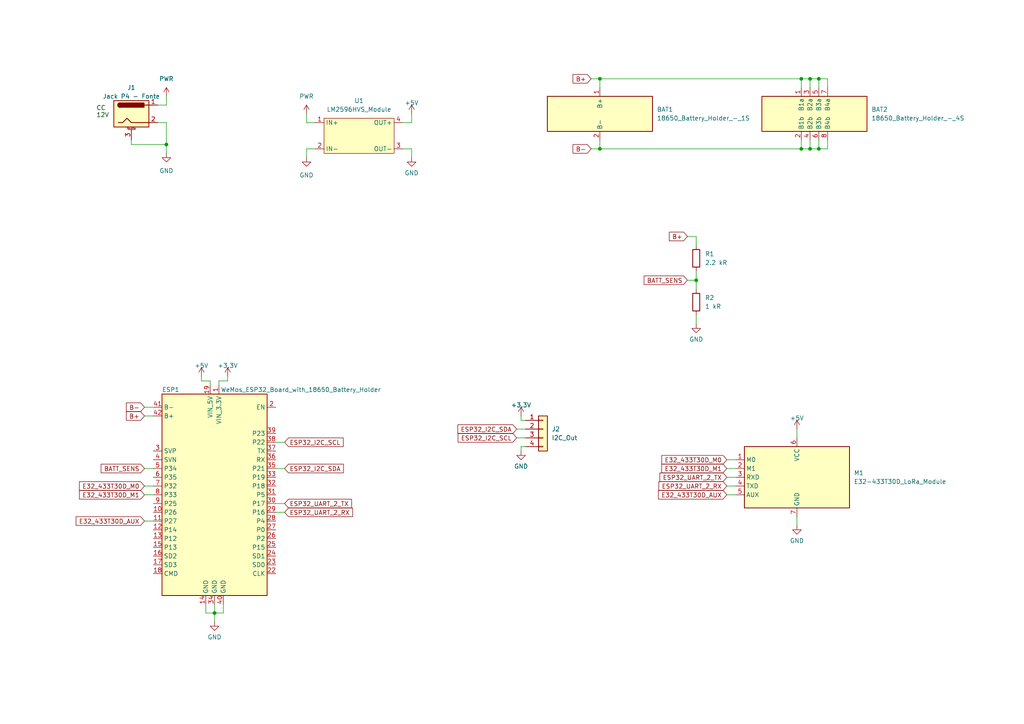
<source format=kicad_sch>
(kicad_sch (version 20250114) (generator "eeschema") (generator_version "9.0")
  (paper "A4")
  (lib_symbols
    (symbol "Connector:Barrel_Jack_MountingPin" (pin_names (hide yes))
      (property "Reference" "J1" (at 0 7.62 0))
      (property "Value" "Jack P4 - Fonte" (at 0 5.08 0))
      (symbol "Barrel_Jack_MountingPin_0_1"
        (rectangle (start -5.08 3.81) (end 5.08 -3.81) (stroke (width 0.254)) (fill (type background)))
        (polyline (pts (xy -3.81 -2.54) (xy -2.54 -2.54) (xy -1.27 -1.27) (xy 0 -2.54) (xy 2.54 -2.54) (xy 5.08 -2.54)) (stroke (width 0.254)))
        (arc (start -3.302 1.905) (mid -3.9343 2.54) (end -3.302 3.175) (stroke (width 0.254)))
        (arc (start -3.302 1.905) (mid -3.9343 2.54) (end -3.302 3.175) (stroke (width 0.254)) (fill (type outline)))
        (rectangle (start 3.683 3.175) (end -3.302 1.905) (stroke (width 0.254)) (fill (type outline)))
        (polyline (pts (xy 5.08 2.54) (xy 3.81 2.54)) (stroke (width 0.254)))
      )
      (symbol "Barrel_Jack_MountingPin_1_1"
        (polyline (pts (xy -1.016 -4.572) (xy 1.016 -4.572)) (stroke (width 0.1524)))
        (text "Mounting" (at 0 -4.191 0) (effects (font (size 0.381 0.381))))
        (pin passive line (at 0 -7.62 90) (length 3.048) (name "MountPin") (number "3"))
        (pin passive line (at 7.62 2.54 180) (length 2.54) (name "~") (number "1"))
        (pin passive line (at 7.62 -2.54 180) (length 2.54) (name "~") (number "2"))
      )
    )
    (symbol "Connector_Generic:Conn_01x04" (pin_names (offset 1.016) (hide yes))
      (property "Reference" "J" (at 0 5.08 0))
      (property "Value" "Conn_01x04" (at 0 -7.62 0))
      (symbol "Conn_01x04_1_1"
        (rectangle (start -1.27 3.81) (end 1.27 -6.35) (stroke (width 0.254)) (fill (type background)))
        (rectangle (start -1.27 2.667) (end 0 2.413) (stroke (width 0.1524)))
        (rectangle (start -1.27 0.127) (end 0 -0.127) (stroke (width 0.1524)))
        (rectangle (start -1.27 -2.413) (end 0 -2.667) (stroke (width 0.1524)))
        (rectangle (start -1.27 -4.953) (end 0 -5.207) (stroke (width 0.1524)))
        (pin passive line (at -5.08 2.54 0) (length 3.81) (name "Pin_1") (number "1"))
        (pin passive line (at -5.08 0 0) (length 3.81) (name "Pin_2") (number "2"))
        (pin passive line (at -5.08 -2.54 0) (length 3.81) (name "Pin_3") (number "3"))
        (pin passive line (at -5.08 -5.08 0) (length 3.81) (name "Pin_4") (number "4"))
      )
    )
    (symbol "Custom:18650_Battery_Holder_-_1S"
      (property "Reference" "BAT" (at -14.986 5.588 0))
      (property "Value" "18650_Battery_Holder_-_1S" (at 9.144 -6.096 0))
      (symbol "18650_Battery_Holder_-_1S_0_1"
        (rectangle (start -15.24 5.08) (end 15.24 -5.08) (stroke (width 0.254)) (fill (type background)))
      )
      (symbol "18650_Battery_Holder_-_1S_1_1"
        (pin power_in line (at 0 7.62 270) (length 2.54) (name "B+") (number "1"))
        (pin power_in line (at 0 -7.62 90) (length 2.54) (name "B-") (number "2"))
      )
    )
    (symbol "Custom:18650_Battery_Holder_-_4S"
      (property "Reference" "BAT" (at -14.986 5.588 0))
      (property "Value" "18650_Battery_Holder_-_4S" (at 9.144 -6.096 0))
      (symbol "18650_Battery_Holder_-_4S_0_1"
        (rectangle (start -15.24 5.08) (end 15.24 -5.08) (stroke (width 0.254)) (fill (type background)))
      )
      (symbol "18650_Battery_Holder_-_4S_1_1"
        (pin power_in line (at -3.81 7.62 270) (length 2.54) (name "B1a") (number "1"))
        (pin power_in line (at -3.81 -7.62 90) (length 2.54) (name "B1b") (number "2"))
        (pin power_in line (at -1.27 7.62 270) (length 2.54) (name "B2a") (number "3"))
        (pin power_in line (at -1.27 -7.62 90) (length 2.54) (name "B2b") (number "4"))
        (pin power_in line (at 1.27 7.62 270) (length 2.54) (name "B3a") (number "5"))
        (pin power_in line (at 1.27 -7.62 90) (length 2.54) (name "B3b") (number "6"))
        (pin power_in line (at 3.81 7.62 270) (length 2.54) (name "B4a") (number "7"))
        (pin power_in line (at 3.81 -7.62 90) (length 2.54) (name "B4b") (number "8"))
      )
    )
    (symbol "Custom:E32-433T30D_LoRa_Module"
      (property "Reference" "M" (at -14.986 9.398 0))
      (property "Value" "E32-433T30D_LoRa_Module" (at 8.636 -10.16 0))
      (symbol "E32-433T30D_LoRa_Module_0_1"
        (rectangle (start -15.24 8.89) (end 15.24 -8.89) (stroke (width 0.254)) (fill (type background)))
      )
      (symbol "E32-433T30D_LoRa_Module_1_1"
        (pin bidirectional line (at -17.78 5.08 0) (length 2.54) (name "M0") (number "1"))
        (pin bidirectional line (at -17.78 2.54 0) (length 2.54) (name "M1") (number "2"))
        (pin bidirectional line (at -17.78 0 0) (length 2.54) (name "RXD") (number "3"))
        (pin bidirectional line (at -17.78 -2.54 0) (length 2.54) (name "TXD") (number "4"))
        (pin bidirectional line (at -17.78 -5.08 0) (length 2.54) (name "AUX") (number "5"))
        (pin power_in line (at 0 11.43 270) (length 2.54) (name "VCC") (number "6"))
        (pin power_in line (at 0 -11.43 90) (length 2.54) (name "GND") (number "7"))
      )
    )
    (symbol "Custom_Parts:LM2596HVS_Module"
      (property "Reference" "U" (at -8.89 6.35 0))
      (property "Value" "LM2596HVS_Module" (at 0 -6.35 0))
      (symbol "LM2596HVS_Module_0_1"
        (rectangle (start -10.16 5.08) (end 10.16 -5.08) (fill (type background)))
      )
      (symbol "LM2596HVS_Module_1_1"
        (pin power_in line (at -12.7 3.81 0) (length 2.54) (name "IN+") (number "1"))
        (pin power_in line (at -12.7 -3.81 0) (length 2.54) (name "IN-") (number "2"))
        (pin power_out line (at 12.7 3.81 180) (length 2.54) (name "OUT+") (number "4"))
        (pin power_out line (at 12.7 -3.81 180) (length 2.54) (name "OUT-") (number "3"))
      )
    )
    (symbol "Device:R" (pin_numbers (hide yes)) (pin_names (offset 0))
      (property "Reference" "R" (at 2.032 0 90))
      (property "Value" "R" (at 0 0 90))
      (symbol "R_0_1"
        (rectangle (start -1.016 -2.54) (end 1.016 2.54) (stroke (width 0.254)))
      )
      (symbol "R_1_1"
        (pin passive line (at 0 3.81 270) (length 1.27) (name "~") (number "1"))
        (pin passive line (at 0 -3.81 90) (length 1.27) (name "~") (number "2"))
      )
    )
    (symbol "WeMos_ESP32_Board_with_18650_Battery_Holder_1"
      (property "Reference" "ESP" (at -14.986 29.718 0))
      (property "Value" "WeMos_ESP32_Board_with_18650_Battery_Holder" (at 9.398 -30.226 0))
      (symbol "WeMos_ESP32_Board_with_18650_Battery_Holder_1_0_1"
        (rectangle (start -15.24 29.21) (end 15.24 -29.21) (stroke (width 0.254)) (fill (type background)))
      )
      (symbol "WeMos_ESP32_Board_with_18650_Battery_Holder_1_1_1"
        (pin power_in line (at -17.78 25.4 0) (length 2.54) (name "B-") (number "41"))
        (pin power_in line (at -17.78 22.86 0) (length 2.54) (name "B+") (number "42"))
        (pin bidirectional line (at -17.78 12.7 0) (length 2.54) (name "SVP") (number "3"))
        (pin bidirectional line (at -17.78 10.16 0) (length 2.54) (name "SVN") (number "4"))
        (pin bidirectional line (at -17.78 7.62 0) (length 2.54) (name "P34") (number "5"))
        (pin bidirectional line (at -17.78 5.08 0) (length 2.54) (name "P35") (number "6"))
        (pin bidirectional line (at -17.78 2.54 0) (length 2.54) (name "P32") (number "7"))
        (pin bidirectional line (at -17.78 0 0) (length 2.54) (name "P33") (number "8"))
        (pin bidirectional line (at -17.78 -2.54 0) (length 2.54) (name "P25") (number "9"))
        (pin bidirectional line (at -17.78 -5.08 0) (length 2.54) (name "P26") (number "10"))
        (pin bidirectional line (at -17.78 -7.62 0) (length 2.54) (name "P27") (number "11"))
        (pin bidirectional line (at -17.78 -10.16 0) (length 2.54) (name "P14") (number "12"))
        (pin bidirectional line (at -17.78 -12.7 0) (length 2.54) (name "P12") (number "13"))
        (pin bidirectional line (at -17.78 -15.24 0) (length 2.54) (name "P13") (number "15"))
        (pin bidirectional line (at -17.78 -17.78 0) (length 2.54) (name "SD2") (number "16"))
        (pin bidirectional line (at -17.78 -20.32 0) (length 2.54) (name "SD3") (number "17"))
        (pin bidirectional line (at -17.78 -22.86 0) (length 2.54) (name "CMD") (number "18"))
        (pin power_in line (at -2.54 -31.75 90) (length 2.54) (name "GND") (number "14"))
        (pin power_in line (at -1.27 31.75 270) (length 2.54) (name "VIN_5V") (number "19"))
        (pin power_in line (at 0 -31.75 90) (length 2.54) (name "GND") (number "34"))
        (pin power_in line (at 1.27 31.75 270) (length 2.54) (name "VIN_3.3V") (number "1"))
        (pin power_in line (at 2.54 -31.75 90) (length 2.54) (name "GND") (number "40"))
        (pin input line (at 17.78 25.4 180) (length 2.54) (name "EN") (number "2"))
        (pin bidirectional line (at 17.78 17.78 180) (length 2.54) (name "P23") (number "39"))
        (pin bidirectional line (at 17.78 15.24 180) (length 2.54) (name "P22") (number "38"))
        (pin bidirectional line (at 17.78 12.7 180) (length 2.54) (name "TX") (number "37"))
        (pin bidirectional line (at 17.78 10.16 180) (length 2.54) (name "RX") (number "36"))
        (pin bidirectional line (at 17.78 7.62 180) (length 2.54) (name "P21") (number "35"))
        (pin bidirectional line (at 17.78 5.08 180) (length 2.54) (name "P19") (number "33"))
        (pin bidirectional line (at 17.78 2.54 180) (length 2.54) (name "P18") (number "32"))
        (pin bidirectional line (at 17.78 0 180) (length 2.54) (name "P5") (number "31"))
        (pin bidirectional line (at 17.78 -2.54 180) (length 2.54) (name "P17") (number "30"))
        (pin bidirectional line (at 17.78 -5.08 180) (length 2.54) (name "P16") (number "29"))
        (pin bidirectional line (at 17.78 -7.62 180) (length 2.54) (name "P4") (number "28"))
        (pin bidirectional line (at 17.78 -10.16 180) (length 2.54) (name "P0") (number "27"))
        (pin bidirectional line (at 17.78 -12.7 180) (length 2.54) (name "P2") (number "26"))
        (pin bidirectional line (at 17.78 -15.24 180) (length 2.54) (name "P15") (number "25"))
        (pin bidirectional line (at 17.78 -17.78 180) (length 2.54) (name "SD1") (number "24"))
        (pin bidirectional line (at 17.78 -20.32 180) (length 2.54) (name "SD0") (number "23"))
        (pin bidirectional line (at 17.78 -22.86 180) (length 2.54) (name "CLK") (number "22"))
      )
    )
    (symbol "power:+3.3V" (power) (pin_names (offset 0))
      (property "Value" "+3.3V" (at 0 3.556 0))
      (symbol "+3.3V_0_1"
        (polyline (pts (xy -0.762 1.27) (xy 0 2.54)))
        (polyline (pts (xy 0 2.54) (xy 0.762 1.27)))
        (polyline (pts (xy 0 0) (xy 0 2.54)))
      )
      (symbol "+3.3V_1_1"
        (pin power_in line (at 0 0 90) (length 0) (hide yes) (name "+3.3V") (number "1"))
      )
    )
    (symbol "power:+5V" (power) (pin_names (offset 0))
      (property "Value" "+5V" (at 0 3.556 0))
      (symbol "+5V_0_1"
        (polyline (pts (xy -0.762 1.27) (xy 0 2.54)))
        (polyline (pts (xy 0 2.54) (xy 0.762 1.27)))
        (polyline (pts (xy 0 0) (xy 0 2.54)))
      )
      (symbol "+5V_1_1"
        (pin power_in line (at 0 0 90) (length 0) (hide yes) (name "+5V") (number "1"))
      )
    )
    (symbol "power:+BATT" (power) (pin_names (offset 0))
      (property "Value" "+BATT" (at 0 3.556 0))
      (symbol "+BATT_0_1"
        (polyline (pts (xy -0.762 1.27) (xy 0 2.54)))
        (polyline (pts (xy 0 2.54) (xy 0.762 1.27)))
        (polyline (pts (xy 0 0) (xy 0 2.54)))
      )
      (symbol "+BATT_1_1"
        (pin power_in line (at 0 0 90) (length 0) (hide yes) (name "+BATT") (number "1"))
      )
    )
    (symbol "power:GND" (power) (pin_names (offset 0))
      (property "Value" "GND" (at 0 -3.81 0))
      (symbol "GND_0_1"
        (polyline (pts (xy 0 0) (xy 0 -1.27) (xy 1.27 -1.27) (xy 0 -2.54) (xy -1.27 -1.27) (xy 0 -1.27)))
      )
      (symbol "GND_1_1"
        (pin power_in line (at 0 0 270) (length 0) (hide yes) (name "GND") (number "1"))
      )
    )
  )
  (text "CC\n12V" (at 27.94 34.29 0) (effects (font (size 1.27 1.27)) (justify left bottom)))
  (junction (at 62.23 177.8))
  (junction (at 237.49 22.86))
  (junction (at 234.95 22.86))
  (junction (at 234.95 43.18))
  (junction (at 48.26 41.91))
  (junction (at 232.41 43.18))
  (junction (at 173.99 43.18))
  (junction (at 237.49 43.18))
  (junction (at 173.99 22.86))
  (junction (at 201.93 81.28))
  (junction (at 232.41 22.86))
  (wire (pts (xy 48.26 35.56) (xy 45.72 35.56)))
  (wire (pts (xy 234.95 43.18) (xy 237.49 43.18)))
  (wire (pts (xy 152.4 121.92) (xy 151.13 121.92)))
  (wire (pts (xy 116.84 43.18) (xy 119.38 43.18)))
  (wire (pts (xy 41.91 143.51) (xy 44.45 143.51)))
  (wire (pts (xy 88.9 45.72) (xy 88.9 43.18)))
  (wire (pts (xy 62.23 175.26) (xy 62.23 177.8)))
  (wire (pts (xy 41.91 135.89) (xy 44.45 135.89)))
  (wire (pts (xy 119.38 43.18) (xy 119.38 45.72)))
  (wire (pts (xy 237.49 22.86) (xy 240.03 22.86)))
  (wire (pts (xy 149.86 127) (xy 152.4 127)))
  (wire (pts (xy 201.93 91.44) (xy 201.93 93.98)))
  (wire (pts (xy 41.91 120.65) (xy 44.45 120.65)))
  (wire (pts (xy 237.49 43.18) (xy 240.03 43.18)))
  (wire (pts (xy 199.39 81.28) (xy 201.93 81.28)))
  (wire (pts (xy 62.23 177.8) (xy 62.23 180.34)))
  (wire (pts (xy 82.55 135.89) (xy 80.01 135.89)))
  (wire (pts (xy 173.99 43.18) (xy 232.41 43.18)))
  (wire (pts (xy 80.01 148.59) (xy 82.55 148.59)))
  (wire (pts (xy 173.99 40.64) (xy 173.99 43.18)))
  (wire (pts (xy 232.41 40.64) (xy 232.41 43.18)))
  (wire (pts (xy 119.38 35.56) (xy 119.38 33.02)))
  (wire (pts (xy 82.55 128.27) (xy 80.01 128.27)))
  (wire (pts (xy 237.49 40.64) (xy 237.49 43.18)))
  (wire (pts (xy 63.5 111.76) (xy 63.5 110.49)))
  (wire (pts (xy 171.45 22.86) (xy 173.99 22.86)))
  (wire (pts (xy 232.41 25.4) (xy 232.41 22.86)))
  (wire (pts (xy 201.93 81.28) (xy 201.93 78.74)))
  (wire (pts (xy 64.77 175.26) (xy 64.77 177.8)))
  (wire (pts (xy 48.26 35.56) (xy 48.26 41.91)))
  (wire (pts (xy 66.04 110.49) (xy 66.04 109.22)))
  (wire (pts (xy 240.03 22.86) (xy 240.03 25.4)))
  (wire (pts (xy 60.96 110.49) (xy 60.96 111.76)))
  (wire (pts (xy 58.42 110.49) (xy 60.96 110.49)))
  (wire (pts (xy 38.1 41.91) (xy 48.26 41.91)))
  (wire (pts (xy 59.69 177.8) (xy 62.23 177.8)))
  (wire (pts (xy 210.82 140.97) (xy 213.36 140.97)))
  (wire (pts (xy 231.14 124.46) (xy 231.14 127)))
  (wire (pts (xy 48.26 27.94) (xy 48.26 30.48)))
  (wire (pts (xy 234.95 22.86) (xy 234.95 25.4)))
  (wire (pts (xy 201.93 68.58) (xy 201.93 71.12)))
  (wire (pts (xy 173.99 43.18) (xy 171.45 43.18)))
  (wire (pts (xy 149.86 124.46) (xy 152.4 124.46)))
  (wire (pts (xy 41.91 140.97) (xy 44.45 140.97)))
  (wire (pts (xy 232.41 43.18) (xy 234.95 43.18)))
  (wire (pts (xy 80.01 146.05) (xy 82.55 146.05)))
  (wire (pts (xy 151.13 121.92) (xy 151.13 120.65)))
  (wire (pts (xy 173.99 22.86) (xy 232.41 22.86)))
  (wire (pts (xy 173.99 22.86) (xy 173.99 25.4)))
  (wire (pts (xy 41.91 151.13) (xy 44.45 151.13)))
  (wire (pts (xy 240.03 40.64) (xy 240.03 43.18)))
  (wire (pts (xy 45.72 30.48) (xy 48.26 30.48)))
  (wire (pts (xy 38.1 40.64) (xy 38.1 41.91)))
  (wire (pts (xy 210.82 138.43) (xy 213.36 138.43)))
  (wire (pts (xy 210.82 135.89) (xy 213.36 135.89)))
  (wire (pts (xy 210.82 143.51) (xy 213.36 143.51)))
  (wire (pts (xy 210.82 133.35) (xy 213.36 133.35)))
  (wire (pts (xy 199.39 68.58) (xy 201.93 68.58)))
  (wire (pts (xy 232.41 22.86) (xy 234.95 22.86)))
  (wire (pts (xy 48.26 41.91) (xy 48.26 44.45)))
  (wire (pts (xy 59.69 175.26) (xy 59.69 177.8)))
  (wire (pts (xy 116.84 35.56) (xy 119.38 35.56)))
  (wire (pts (xy 58.42 109.22) (xy 58.42 110.49)))
  (wire (pts (xy 234.95 22.86) (xy 237.49 22.86)))
  (wire (pts (xy 234.95 40.64) (xy 234.95 43.18)))
  (wire (pts (xy 201.93 81.28) (xy 201.93 83.82)))
  (wire (pts (xy 88.9 35.56) (xy 88.9 33.02)))
  (wire (pts (xy 231.14 149.86) (xy 231.14 152.4)))
  (wire (pts (xy 237.49 22.86) (xy 237.49 25.4)))
  (wire (pts (xy 64.77 177.8) (xy 62.23 177.8)))
  (wire (pts (xy 41.91 118.11) (xy 44.45 118.11)))
  (wire (pts (xy 63.5 110.49) (xy 66.04 110.49)))
  (wire (pts (xy 152.4 129.54) (xy 151.13 129.54)))
  (wire (pts (xy 88.9 43.18) (xy 91.44 43.18)))
  (wire (pts (xy 88.9 35.56) (xy 91.44 35.56)))
  (wire (pts (xy 151.13 129.54) (xy 151.13 130.81)))
  (global_label "ESP32_UART_2_TX" (shape input) (at 82.55 146.05 0) (property "Intersheetrefs" "${INTERSHEET_REFS}" (effects (hide yes))))
  (global_label "B+" (shape input) (at 199.39 68.58 180) (property "Intersheetrefs" "${INTERSHEET_REFS}" (effects (hide yes))))
  (global_label "E32_433T30D_M1" (shape input) (at 210.82 135.89 180) (property "Intersheetrefs" "${INTERSHEET_REFS}" (effects (hide yes))))
  (global_label "BATT_SENS" (shape input) (at 199.39 81.28 180) (property "Intersheetrefs" "${INTERSHEET_REFS}" (effects (hide yes))))
  (global_label "E32_433T30D_M0" (shape input) (at 41.91 140.97 180) (property "Intersheetrefs" "${INTERSHEET_REFS}" (effects (hide yes))))
  (global_label "E32_433T30D_AUX" (shape input) (at 41.91 151.13 180) (property "Intersheetrefs" "${INTERSHEET_REFS}" (effects (hide yes))))
  (global_label "ESP32_I2C_SDA" (shape input) (at 149.86 124.46 180) (property "Intersheetrefs" "${INTERSHEET_REFS}" (effects (hide yes))))
  (global_label "ESP32_UART_2_RX" (shape input) (at 210.82 140.97 180) (property "Intersheetrefs" "${INTERSHEET_REFS}" (effects (hide yes))))
  (global_label "B-" (shape input) (at 171.45 43.18 180) (property "Intersheetrefs" "${INTERSHEET_REFS}" (effects (hide yes))))
  (global_label "BATT_SENS" (shape input) (at 41.91 135.89 180) (property "Intersheetrefs" "${INTERSHEET_REFS}" (effects (hide yes))))
  (global_label "E32_433T30D_M1" (shape input) (at 41.91 143.51 180) (property "Intersheetrefs" "${INTERSHEET_REFS}" (effects (hide yes))))
  (global_label "ESP32_I2C_SCL" (shape input) (at 149.86 127 180) (property "Intersheetrefs" "${INTERSHEET_REFS}" (effects (hide yes))))
  (global_label "ESP32_UART_2_RX" (shape input) (at 82.55 148.59 0) (property "Intersheetrefs" "${INTERSHEET_REFS}" (effects (hide yes))))
  (global_label "B-" (shape input) (at 41.91 118.11 180) (property "Intersheetrefs" "${INTERSHEET_REFS}" (effects (hide yes))))
  (global_label "B+" (shape input) (at 171.45 22.86 180) (property "Intersheetrefs" "${INTERSHEET_REFS}" (effects (hide yes))))
  (global_label "ESP32_UART_2_TX" (shape input) (at 210.82 138.43 180) (property "Intersheetrefs" "${INTERSHEET_REFS}" (effects (hide yes))))
  (global_label "E32_433T30D_M0" (shape input) (at 210.82 133.35 180) (property "Intersheetrefs" "${INTERSHEET_REFS}" (effects (hide yes))))
  (global_label "ESP32_I2C_SDA" (shape input) (at 82.55 135.89 0) (property "Intersheetrefs" "${INTERSHEET_REFS}" (effects (hide yes))))
  (global_label "E32_433T30D_AUX" (shape input) (at 210.82 143.51 180) (property "Intersheetrefs" "${INTERSHEET_REFS}" (effects (hide yes))))
  (global_label "ESP32_I2C_SCL" (shape input) (at 82.55 128.27 0) (property "Intersheetrefs" "${INTERSHEET_REFS}" (effects (hide yes))))
  (global_label "B+" (shape input) (at 41.91 120.65 180) (property "Intersheetrefs" "${INTERSHEET_REFS}" (effects (hide yes))))
  (symbol (lib_id "Custom:18650_Battery_Holder_-_1S") (at 173.99 33.02 0) (unit 1)
    (property "Reference" "BAT1" (at 190.5 31.7499 0) (effects (justify left)))
    (property "Value" "18650_Battery_Holder_-_1S" (at 190.5 34.2899 0) (effects (justify left)))
    (property "Footprint" "Custom:18650 Battery Holder - 1S" (effects (hide yes)))
  )
  (symbol (lib_id "power:GND") (at 119.38 45.72 0) (unit 1)
    (property "Reference" "#PWR06" (effects (hide yes)))
    (property "Value" "GND" (at 119.38 50.165 0))
  )
  (symbol (lib_id "power:+5V") (at 231.14 124.46 0) (unit 1)
    (property "Reference" "#PWR011" (effects (hide yes)))
    (property "Value" "+5V" (at 231.14 121.285 0))
  )
  (symbol (lib_id "power:GND") (at 62.23 180.34 0) (unit 1)
    (property "Reference" "#PWR014" (effects (hide yes)))
    (property "Value" "GND" (at 62.23 184.785 0))
  )
  (symbol (lib_id "Connector:Barrel_Jack_MountingPin") (at 38.1 33.02 0) (unit 1)
    (property "Reference" "J1" (at 38.1 25.4 0))
    (property "Value" "Jack P4 - Fonte" (at 38.1 27.94 0))
    (property "Footprint" "Connector_BarrelJack:BarrelJack_Horizontal" (effects (hide yes)))
  )
  (symbol (lib_id "power:+5V") (at 58.42 109.22 0) (unit 1)
    (property "Reference" "#PWR08" (effects (hide yes)))
    (property "Value" "+5V" (at 58.42 106.045 0))
  )
  (symbol (lib_id "power:GND") (at 88.9 45.72 0) (unit 1)
    (property "Reference" "#PWR05" (effects (hide yes)))
    (property "Value" "GND" (at 88.9 50.8 0))
  )
  (symbol (lib_id "power:GND") (at 201.93 93.98 0) (unit 1)
    (property "Reference" "#PWR07" (effects (hide yes)))
    (property "Value" "GND" (at 201.93 98.425 0))
  )
  (symbol (lib_id "Custom:18650_Battery_Holder_-_4S") (at 236.22 33.02 0) (unit 1)
    (property "Reference" "BAT2" (at 252.73 31.7499 0) (effects (justify left)))
    (property "Value" "18650_Battery_Holder_-_4S" (at 252.73 34.2899 0) (effects (justify left)))
    (property "Footprint" "Custom:18650 Battery Holder - 4S" (effects (hide yes)))
  )
  (symbol (lib_id "power:GND") (at 48.26 44.45 0) (unit 1)
    (property "Reference" "#PWR04" (effects (hide yes)))
    (property "Value" "GND" (at 48.26 49.53 0))
  )
  (symbol (lib_id "power:+BATT") (at 48.26 27.94 0) (unit 1)
    (property "Reference" "#PWR01" (effects (hide yes)))
    (property "Value" "PWR" (at 48.26 22.86 0))
  )
  (symbol (lib_id "power:+5V") (at 119.38 33.02 0) (unit 1)
    (property "Reference" "#PWR03" (effects (hide yes)))
    (property "Value" "+5V" (at 119.38 29.845 0))
  )
  (symbol (lib_id "power:+BATT") (at 88.9 33.02 0) (unit 1)
    (property "Reference" "#PWR02" (effects (hide yes)))
    (property "Value" "PWR" (at 88.9 27.94 0))
  )
  (symbol (lib_id "Custom:E32-433T30D_LoRa_Module") (at 231.14 138.43 0) (unit 1)
    (property "Reference" "M1" (at 247.65 137.1599 0) (effects (justify left)))
    (property "Value" "E32-433T30D_LoRa_Module" (at 247.65 139.6999 0) (effects (justify left)))
    (property "Footprint" "Custom:E32-433T30D LoRa Module" (effects (hide yes)))
  )
  (symbol (lib_id "Device:R") (at 201.93 74.93 180) (unit 1)
    (property "Reference" "R1" (at 204.47 73.6599 0) (effects (justify right)))
    (property "Value" "2.2 kR" (at 204.47 76.1999 0) (effects (justify right)))
    (property "Footprint" "Resistor_THT:R_Axial_DIN0207_L6.3mm_D2.5mm_P10.16mm_Horizontal" (effects (hide yes)))
  )
  (symbol (lib_id "power:+3.3V") (at 151.13 120.65 0) (unit 1)
    (property "Reference" "#PWR010" (effects (hide yes)))
    (property "Value" "+3.3V" (at 151.13 117.475 0))
  )
  (symbol (lib_id "Device:R") (at 201.93 87.63 180) (unit 1)
    (property "Reference" "R2" (at 204.47 86.3599 0) (effects (justify right)))
    (property "Value" "1 kR" (at 204.47 88.8999 0) (effects (justify right)))
    (property "Footprint" "Resistor_THT:R_Axial_DIN0207_L6.3mm_D2.5mm_P10.16mm_Horizontal" (effects (hide yes)))
  )
  (symbol (lib_id "power:GND") (at 151.13 130.81 0) (unit 1)
    (property "Reference" "#PWR012" (effects (hide yes)))
    (property "Value" "GND" (at 151.13 135.255 0))
  )
  (symbol (lib_name "WeMos_ESP32_Board_with_18650_Battery_Holder_1") (lib_id "Custom:WeMos_ESP32_Board_with_18650_Battery_Holder") (at 62.23 143.51 0) (unit 1)
    (property "Reference" "ESP1" (at 46.99 113.03 0) (effects (justify left)))
    (property "Value" "WeMos_ESP32_Board_with_18650_Battery_Holder" (at 64.008 113.03 0) (effects (justify left)))
    (property "Footprint" "Custom:WeMos ESP32 Board with 18650 Battery Holder" (effects (hide yes)))
  )
  (symbol (lib_id "power:+3.3V") (at 66.04 109.22 0) (unit 1)
    (property "Reference" "#PWR09" (effects (hide yes)))
    (property "Value" "+3.3V" (at 66.04 106.045 0))
  )
  (symbol (lib_id "Connector_Generic:Conn_01x04") (at 157.48 124.46 0) (unit 1)
    (property "Reference" "J2" (at 160.02 124.4599 0) (effects (justify left)))
    (property "Value" "I2C_Out" (at 160.02 126.9999 0) (effects (justify left)))
    (property "Footprint" "Connector_PinHeader_2.54mm:PinHeader_1x04_P2.54mm_Vertical" (effects (hide yes)))
    (property "Description" "Generic connector, single row, 01x04, script generated (kicad-library-utils/schlib/autogen/connector/)" (effects (hide yes)))
  )
  (symbol (lib_id "Custom_Parts:LM2596HVS_Module") (at 104.14 39.37 0) (unit 1)
    (property "Reference" "U1" (at 104.14 29.21 0))
    (property "Value" "LM2596HVS_Module" (at 104.14 31.75 0))
    (property "Footprint" "custom_lib:LM2596HVS_Module_PDIP" (effects (hide yes)))
  )
  (symbol (lib_id "power:GND") (at 231.14 152.4 0) (unit 1)
    (property "Reference" "#PWR013" (effects (hide yes)))
    (property "Value" "GND" (at 231.14 156.845 0))
  )
)
</source>
